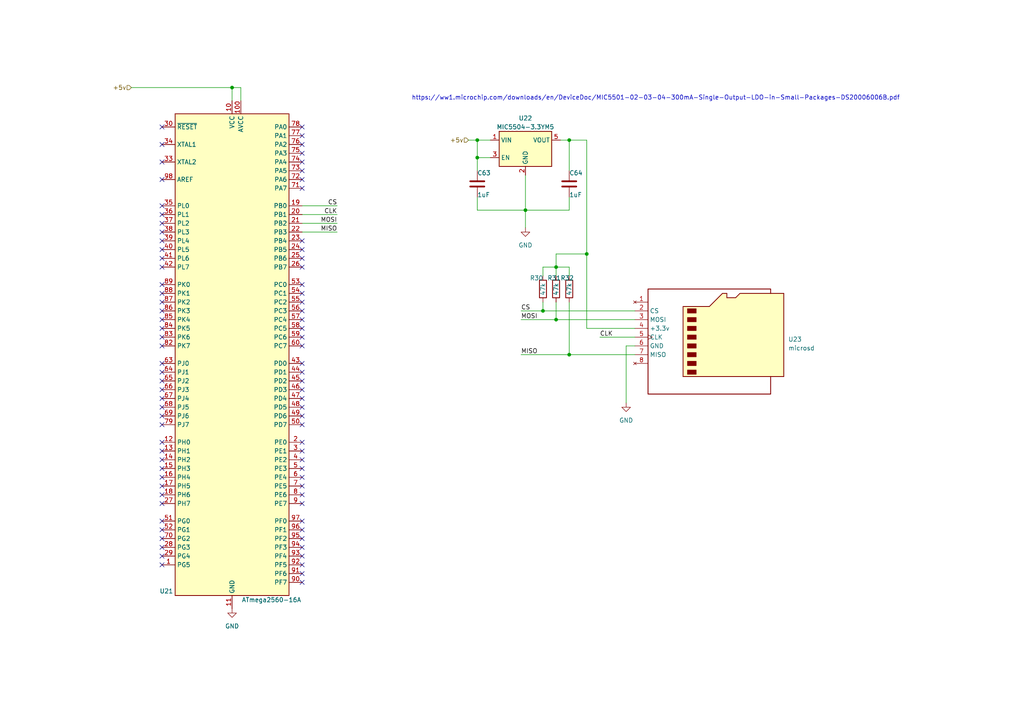
<source format=kicad_sch>
(kicad_sch (version 20210126) (generator eeschema)
  (paper "A4")
  (title_block (title "Peripherals 18"))
  (lib_symbols
    (symbol "Device:C" (pin_numbers hide) (pin_names (offset 0.254))
      (property "Reference" "C" (at 0.635 2.54 0))
      (property "Value" "C" (at 0.635 -2.54 0))
      (symbol "C_0_1"
        (polyline (pts (xy -2.032 -0.762) (xy 2.032 -0.762)) (stroke (width 0.508)))
        (polyline (pts (xy -2.032 0.762) (xy 2.032 0.762)) (stroke (width 0.508)))
      )
      (symbol "C_1_1"
        (pin passive line (at 0 3.81 270) (length 2.794) (name "~") (number "1"))
        (pin passive line (at 0 -3.81 90) (length 2.794) (name "~") (number "2"))
      )
    )
    (symbol "Device:R" (pin_numbers hide) (pin_names (offset 0))
      (property "Reference" "R" (at 2.032 0 90))
      (property "Value" "R" (at 0 0 90))
      (symbol "R_0_1"
        (rectangle (start -1.016 -2.54) (end 1.016 2.54) (stroke (width 0.254)))
      )
      (symbol "R_1_1"
        (pin passive line (at 0 3.81 270) (length 1.27) (name "~") (number "1"))
        (pin passive line (at 0 -3.81 90) (length 1.27) (name "~") (number "2"))
      )
    )
    (symbol "MCU_Microchip_ATmega:ATmega2560-16A"
      (property "Reference" "U" (at 0 1.27 0))
      (property "Value" "ATmega2560-16A" (at 0 -1.27 0))
      (symbol "ATmega2560-16A_0_1"
        (rectangle (start -16.51 -69.85) (end 16.51 69.85) (stroke (width 0.254)) (fill (type background)))
      )
      (symbol "ATmega2560-16A_1_1"
        (pin bidirectional line (at -20.32 -60.96 0) (length 3.81) (name "PG5") (number "1"))
        (pin power_in line (at 0 73.66 270) (length 3.81) (name "VCC") (number "10"))
        (pin power_in line (at 2.54 73.66 270) (length 3.81) (name "AVCC") (number "100"))
        (pin power_in line (at 0 -73.66 90) (length 3.81) (name "GND") (number "11"))
        (pin bidirectional line (at -20.32 -25.4 0) (length 3.81) (name "PH0") (number "12"))
        (pin bidirectional line (at -20.32 -27.94 0) (length 3.81) (name "PH1") (number "13"))
        (pin bidirectional line (at -20.32 -30.48 0) (length 3.81) (name "PH2") (number "14"))
        (pin bidirectional line (at -20.32 -33.02 0) (length 3.81) (name "PH3") (number "15"))
        (pin bidirectional line (at -20.32 -35.56 0) (length 3.81) (name "PH4") (number "16"))
        (pin bidirectional line (at -20.32 -38.1 0) (length 3.81) (name "PH5") (number "17"))
        (pin bidirectional line (at -20.32 -40.64 0) (length 3.81) (name "PH6") (number "18"))
        (pin bidirectional line (at 20.32 43.18 180) (length 3.81) (name "PB0") (number "19"))
        (pin bidirectional line (at 20.32 -25.4 180) (length 3.81) (name "PE0") (number "2"))
        (pin bidirectional line (at 20.32 40.64 180) (length 3.81) (name "PB1") (number "20"))
        (pin bidirectional line (at 20.32 38.1 180) (length 3.81) (name "PB2") (number "21"))
        (pin bidirectional line (at 20.32 35.56 180) (length 3.81) (name "PB3") (number "22"))
        (pin bidirectional line (at 20.32 33.02 180) (length 3.81) (name "PB4") (number "23"))
        (pin bidirectional line (at 20.32 30.48 180) (length 3.81) (name "PB5") (number "24"))
        (pin bidirectional line (at 20.32 27.94 180) (length 3.81) (name "PB6") (number "25"))
        (pin bidirectional line (at 20.32 25.4 180) (length 3.81) (name "PB7") (number "26"))
        (pin bidirectional line (at -20.32 -43.18 0) (length 3.81) (name "PH7") (number "27"))
        (pin bidirectional line (at -20.32 -55.88 0) (length 3.81) (name "PG3") (number "28"))
        (pin bidirectional line (at -20.32 -58.42 0) (length 3.81) (name "PG4") (number "29"))
        (pin bidirectional line (at 20.32 -27.94 180) (length 3.81) (name "PE1") (number "3"))
        (pin input line (at -20.32 66.04 0) (length 3.81) (name "~RESET") (number "30"))
        (pin passive line (at 0 73.66 270) (length 3.81) hide (name "VCC") (number "31"))
        (pin passive line (at 0 -73.66 90) (length 3.81) hide (name "GND") (number "32"))
        (pin output line (at -20.32 55.88 0) (length 3.81) (name "XTAL2") (number "33"))
        (pin input line (at -20.32 60.96 0) (length 3.81) (name "XTAL1") (number "34"))
        (pin bidirectional line (at -20.32 43.18 0) (length 3.81) (name "PL0") (number "35"))
        (pin bidirectional line (at -20.32 40.64 0) (length 3.81) (name "PL1") (number "36"))
        (pin bidirectional line (at -20.32 38.1 0) (length 3.81) (name "PL2") (number "37"))
        (pin bidirectional line (at -20.32 35.56 0) (length 3.81) (name "PL3") (number "38"))
        (pin bidirectional line (at -20.32 33.02 0) (length 3.81) (name "PL4") (number "39"))
        (pin bidirectional line (at 20.32 -30.48 180) (length 3.81) (name "PE2") (number "4"))
        (pin bidirectional line (at -20.32 30.48 0) (length 3.81) (name "PL5") (number "40"))
        (pin bidirectional line (at -20.32 27.94 0) (length 3.81) (name "PL6") (number "41"))
        (pin bidirectional line (at -20.32 25.4 0) (length 3.81) (name "PL7") (number "42"))
        (pin bidirectional line (at 20.32 -2.54 180) (length 3.81) (name "PD0") (number "43"))
        (pin bidirectional line (at 20.32 -5.08 180) (length 3.81) (name "PD1") (number "44"))
        (pin bidirectional line (at 20.32 -7.62 180) (length 3.81) (name "PD2") (number "45"))
        (pin bidirectional line (at 20.32 -10.16 180) (length 3.81) (name "PD3") (number "46"))
        (pin bidirectional line (at 20.32 -12.7 180) (length 3.81) (name "PD4") (number "47"))
        (pin bidirectional line (at 20.32 -15.24 180) (length 3.81) (name "PD5") (number "48"))
        (pin bidirectional line (at 20.32 -17.78 180) (length 3.81) (name "PD6") (number "49"))
        (pin bidirectional line (at 20.32 -33.02 180) (length 3.81) (name "PE3") (number "5"))
        (pin bidirectional line (at 20.32 -20.32 180) (length 3.81) (name "PD7") (number "50"))
        (pin bidirectional line (at -20.32 -48.26 0) (length 3.81) (name "PG0") (number "51"))
        (pin bidirectional line (at -20.32 -50.8 0) (length 3.81) (name "PG1") (number "52"))
        (pin bidirectional line (at 20.32 20.32 180) (length 3.81) (name "PC0") (number "53"))
        (pin bidirectional line (at 20.32 17.78 180) (length 3.81) (name "PC1") (number "54"))
        (pin bidirectional line (at 20.32 15.24 180) (length 3.81) (name "PC2") (number "55"))
        (pin bidirectional line (at 20.32 12.7 180) (length 3.81) (name "PC3") (number "56"))
        (pin bidirectional line (at 20.32 10.16 180) (length 3.81) (name "PC4") (number "57"))
        (pin bidirectional line (at 20.32 7.62 180) (length 3.81) (name "PC5") (number "58"))
        (pin bidirectional line (at 20.32 5.08 180) (length 3.81) (name "PC6") (number "59"))
        (pin bidirectional line (at 20.32 -35.56 180) (length 3.81) (name "PE4") (number "6"))
        (pin bidirectional line (at 20.32 2.54 180) (length 3.81) (name "PC7") (number "60"))
        (pin passive line (at 0 73.66 270) (length 3.81) hide (name "VCC") (number "61"))
        (pin passive line (at 0 -73.66 90) (length 3.81) hide (name "GND") (number "62"))
        (pin bidirectional line (at -20.32 -2.54 0) (length 3.81) (name "PJ0") (number "63"))
        (pin bidirectional line (at -20.32 -5.08 0) (length 3.81) (name "PJ1") (number "64"))
        (pin bidirectional line (at -20.32 -7.62 0) (length 3.81) (name "PJ2") (number "65"))
        (pin bidirectional line (at -20.32 -10.16 0) (length 3.81) (name "PJ3") (number "66"))
        (pin bidirectional line (at -20.32 -12.7 0) (length 3.81) (name "PJ4") (number "67"))
        (pin bidirectional line (at -20.32 -15.24 0) (length 3.81) (name "PJ5") (number "68"))
        (pin bidirectional line (at -20.32 -17.78 0) (length 3.81) (name "PJ6") (number "69"))
        (pin bidirectional line (at 20.32 -38.1 180) (length 3.81) (name "PE5") (number "7"))
        (pin bidirectional line (at -20.32 -53.34 0) (length 3.81) (name "PG2") (number "70"))
        (pin bidirectional line (at 20.32 48.26 180) (length 3.81) (name "PA7") (number "71"))
        (pin bidirectional line (at 20.32 50.8 180) (length 3.81) (name "PA6") (number "72"))
        (pin bidirectional line (at 20.32 53.34 180) (length 3.81) (name "PA5") (number "73"))
        (pin bidirectional line (at 20.32 55.88 180) (length 3.81) (name "PA4") (number "74"))
        (pin bidirectional line (at 20.32 58.42 180) (length 3.81) (name "PA3") (number "75"))
        (pin bidirectional line (at 20.32 60.96 180) (length 3.81) (name "PA2") (number "76"))
        (pin bidirectional line (at 20.32 63.5 180) (length 3.81) (name "PA1") (number "77"))
        (pin bidirectional line (at 20.32 66.04 180) (length 3.81) (name "PA0") (number "78"))
        (pin bidirectional line (at -20.32 -20.32 0) (length 3.81) (name "PJ7") (number "79"))
        (pin bidirectional line (at 20.32 -40.64 180) (length 3.81) (name "PE6") (number "8"))
        (pin passive line (at 0 73.66 270) (length 3.81) hide (name "VCC") (number "80"))
        (pin passive line (at 0 -73.66 90) (length 3.81) hide (name "GND") (number "81"))
        (pin bidirectional line (at -20.32 2.54 0) (length 3.81) (name "PK7") (number "82"))
        (pin bidirectional line (at -20.32 5.08 0) (length 3.81) (name "PK6") (number "83"))
        (pin bidirectional line (at -20.32 7.62 0) (length 3.81) (name "PK5") (number "84"))
        (pin bidirectional line (at -20.32 10.16 0) (length 3.81) (name "PK4") (number "85"))
        (pin bidirectional line (at -20.32 12.7 0) (length 3.81) (name "PK3") (number "86"))
        (pin bidirectional line (at -20.32 15.24 0) (length 3.81) (name "PK2") (number "87"))
        (pin bidirectional line (at -20.32 17.78 0) (length 3.81) (name "PK1") (number "88"))
        (pin bidirectional line (at -20.32 20.32 0) (length 3.81) (name "PK0") (number "89"))
        (pin bidirectional line (at 20.32 -43.18 180) (length 3.81) (name "PE7") (number "9"))
        (pin bidirectional line (at 20.32 -66.04 180) (length 3.81) (name "PF7") (number "90"))
        (pin bidirectional line (at 20.32 -63.5 180) (length 3.81) (name "PF6") (number "91"))
        (pin bidirectional line (at 20.32 -60.96 180) (length 3.81) (name "PF5") (number "92"))
        (pin bidirectional line (at 20.32 -58.42 180) (length 3.81) (name "PF4") (number "93"))
        (pin bidirectional line (at 20.32 -55.88 180) (length 3.81) (name "PF3") (number "94"))
        (pin bidirectional line (at 20.32 -53.34 180) (length 3.81) (name "PF2") (number "95"))
        (pin bidirectional line (at 20.32 -50.8 180) (length 3.81) (name "PF1") (number "96"))
        (pin bidirectional line (at 20.32 -48.26 180) (length 3.81) (name "PF0") (number "97"))
        (pin passive line (at -20.32 50.8 0) (length 3.81) (name "AREF") (number "98"))
        (pin passive line (at 0 -73.66 90) (length 3.81) hide (name "GND") (number "99"))
      )
    )
    (symbol "Regulator_Linear:MIC5504-3.3YM5"
      (property "Reference" "U" (at -7.62 8.89 0))
      (property "Value" "MIC5504-3.3YM5" (at -7.62 6.35 0))
      (symbol "MIC5504-3.3YM5_0_1"
        (rectangle (start -7.62 -5.08) (end 7.62 5.08) (stroke (width 0.254)) (fill (type background)))
      )
      (symbol "MIC5504-3.3YM5_1_1"
        (pin power_in line (at -10.16 2.54 0) (length 2.54) (name "VIN") (number "1"))
        (pin power_in line (at 0 -7.62 90) (length 2.54) (name "GND") (number "2"))
        (pin input line (at -10.16 -2.54 0) (length 2.54) (name "EN") (number "3"))
        (pin no_connect line (at 7.62 -2.54 180) (length 2.54) hide (name "NC") (number "4"))
        (pin power_out line (at 10.16 2.54 180) (length 2.54) (name "VOUT") (number "5"))
      )
    )
    (symbol "pb171:microsd"
      (property "Reference" "U" (at 34.29 -3.81 0))
      (property "Value" "microsd" (at 35.56 30.48 0))
      (symbol "microsd_0_1"
        (rectangle (start 29.21 5.715) (end 31.75 4.445) (fill (type outline)))
        (rectangle (start 29.21 8.255) (end 31.75 6.985) (fill (type outline)))
        (rectangle (start 29.21 10.795) (end 31.75 9.525) (fill (type outline)))
        (rectangle (start 29.21 13.335) (end 31.75 12.065) (fill (type outline)))
        (rectangle (start 29.21 15.875) (end 31.75 14.605) (fill (type outline)))
        (rectangle (start 29.21 18.415) (end 31.75 17.145) (fill (type outline)))
        (rectangle (start 29.21 20.955) (end 31.75 19.685) (fill (type outline)))
        (rectangle (start 29.21 23.495) (end 31.75 22.225) (fill (type outline)))
        (polyline (pts (xy 53.34 27.94) (xy 53.34 29.21) (xy 17.78 29.21) (xy 17.78 -1.27) (xy 53.34 -1.27) (xy 53.34 3.81)) (stroke (width 0.254)))
        (polyline (pts (xy 27.94 3.81) (xy 27.94 24.13) (xy 35.56 24.13) (xy 39.37 27.94) (xy 40.64 27.94) (xy 40.64 26.67) (xy 43.18 26.67) (xy 44.45 27.94) (xy 57.15 27.94) (xy 57.15 3.81) (xy 27.94 3.81)) (stroke (width 0.254)) (fill (type background)))
      )
      (symbol "microsd_1_1"
        (pin no_connect line (at 13.97 25.4 0) (length 3.81) (name "") (number "1"))
        (pin passive line (at 13.97 22.86 0) (length 3.81) (name "CS") (number "2"))
        (pin passive line (at 13.97 20.32 0) (length 3.81) (name "MOSI") (number "3"))
        (pin power_in line (at 13.97 17.78 0) (length 3.81) (name "+3.3v") (number "4"))
        (pin input clock (at 13.97 15.24 0) (length 3.81) (name "CLK") (number "5"))
        (pin passive line (at 13.97 12.7 0) (length 3.81) (name "GND") (number "6"))
        (pin passive line (at 13.97 10.16 0) (length 3.81) (name "MISO") (number "7"))
        (pin no_connect line (at 13.97 7.62 0) (length 3.81) (name "") (number "8"))
      )
    )
    (symbol "power:GND" (power) (pin_names (offset 0))
      (property "Value" "GND" (at 0 -3.81 0))
      (symbol "GND_0_1"
        (polyline (pts (xy 0 0) (xy 0 -1.27) (xy 1.27 -1.27) (xy 0 -2.54) (xy -1.27 -1.27) (xy 0 -1.27)))
      )
      (symbol "GND_1_1"
        (pin power_in line (at 0 0 270) (length 0) hide (name "GND") (number "1"))
      )
    )
  )
  (junction (at 67.31 25.4) (diameter 0.9144))
  (junction (at 138.43 40.64) (diameter 0.9144))
  (junction (at 138.43 45.72) (diameter 0.9144))
  (junction (at 152.4 60.96) (diameter 0.9144))
  (junction (at 157.48 90.17) (diameter 0.9144))
  (junction (at 161.29 77.47) (diameter 0.9144))
  (junction (at 161.29 92.71) (diameter 0.9144))
  (junction (at 165.1 40.64) (diameter 0.9144))
  (junction (at 165.1 102.87) (diameter 0.9144))
  (junction (at 170.18 73.66) (diameter 0.9144))
  (no_connect (at 46.99 36.83))
  (no_connect (at 46.99 41.91))
  (no_connect (at 46.99 46.99))
  (no_connect (at 46.99 52.07))
  (no_connect (at 46.99 59.69))
  (no_connect (at 46.99 62.23))
  (no_connect (at 46.99 64.77))
  (no_connect (at 46.99 67.31))
  (no_connect (at 46.99 69.85))
  (no_connect (at 46.99 72.39))
  (no_connect (at 46.99 74.93))
  (no_connect (at 46.99 77.47))
  (no_connect (at 46.99 82.55))
  (no_connect (at 46.99 85.09))
  (no_connect (at 46.99 87.63))
  (no_connect (at 46.99 90.17))
  (no_connect (at 46.99 92.71))
  (no_connect (at 46.99 95.25))
  (no_connect (at 46.99 97.79))
  (no_connect (at 46.99 100.33))
  (no_connect (at 46.99 105.41))
  (no_connect (at 46.99 107.95))
  (no_connect (at 46.99 110.49))
  (no_connect (at 46.99 113.03))
  (no_connect (at 46.99 115.57))
  (no_connect (at 46.99 118.11))
  (no_connect (at 46.99 120.65))
  (no_connect (at 46.99 123.19))
  (no_connect (at 46.99 128.27))
  (no_connect (at 46.99 130.81))
  (no_connect (at 46.99 133.35))
  (no_connect (at 46.99 135.89))
  (no_connect (at 46.99 138.43))
  (no_connect (at 46.99 140.97))
  (no_connect (at 46.99 143.51))
  (no_connect (at 46.99 146.05))
  (no_connect (at 46.99 151.13))
  (no_connect (at 46.99 153.67))
  (no_connect (at 46.99 156.21))
  (no_connect (at 46.99 158.75))
  (no_connect (at 46.99 161.29))
  (no_connect (at 46.99 163.83))
  (no_connect (at 87.63 36.83))
  (no_connect (at 87.63 39.37))
  (no_connect (at 87.63 41.91))
  (no_connect (at 87.63 44.45))
  (no_connect (at 87.63 46.99))
  (no_connect (at 87.63 49.53))
  (no_connect (at 87.63 52.07))
  (no_connect (at 87.63 54.61))
  (no_connect (at 87.63 69.85))
  (no_connect (at 87.63 72.39))
  (no_connect (at 87.63 74.93))
  (no_connect (at 87.63 77.47))
  (no_connect (at 87.63 82.55))
  (no_connect (at 87.63 85.09))
  (no_connect (at 87.63 87.63))
  (no_connect (at 87.63 90.17))
  (no_connect (at 87.63 92.71))
  (no_connect (at 87.63 95.25))
  (no_connect (at 87.63 97.79))
  (no_connect (at 87.63 100.33))
  (no_connect (at 87.63 105.41))
  (no_connect (at 87.63 107.95))
  (no_connect (at 87.63 110.49))
  (no_connect (at 87.63 113.03))
  (no_connect (at 87.63 115.57))
  (no_connect (at 87.63 118.11))
  (no_connect (at 87.63 120.65))
  (no_connect (at 87.63 123.19))
  (no_connect (at 87.63 128.27))
  (no_connect (at 87.63 130.81))
  (no_connect (at 87.63 133.35))
  (no_connect (at 87.63 135.89))
  (no_connect (at 87.63 138.43))
  (no_connect (at 87.63 140.97))
  (no_connect (at 87.63 143.51))
  (no_connect (at 87.63 146.05))
  (no_connect (at 87.63 151.13))
  (no_connect (at 87.63 153.67))
  (no_connect (at 87.63 156.21))
  (no_connect (at 87.63 158.75))
  (no_connect (at 87.63 161.29))
  (no_connect (at 87.63 163.83))
  (no_connect (at 87.63 166.37))
  (no_connect (at 87.63 168.91))
  (wire (pts (xy 38.1 25.4) (xy 67.31 25.4)))
  (wire (pts (xy 67.31 25.4) (xy 67.31 29.21)))
  (wire (pts (xy 67.31 25.4) (xy 69.85 25.4)))
  (wire (pts (xy 69.85 25.4) (xy 69.85 29.21)))
  (wire (pts (xy 87.63 59.69) (xy 97.79 59.69)))
  (wire (pts (xy 87.63 62.23) (xy 97.79 62.23)))
  (wire (pts (xy 87.63 64.77) (xy 97.79 64.77)))
  (wire (pts (xy 87.63 67.31) (xy 97.79 67.31)))
  (wire (pts (xy 135.89 40.64) (xy 138.43 40.64)))
  (wire (pts (xy 138.43 40.64) (xy 138.43 45.72)))
  (wire (pts (xy 138.43 40.64) (xy 142.24 40.64)))
  (wire (pts (xy 138.43 45.72) (xy 138.43 49.53)))
  (wire (pts (xy 138.43 45.72) (xy 142.24 45.72)))
  (wire (pts (xy 138.43 57.15) (xy 138.43 60.96)))
  (wire (pts (xy 151.13 90.17) (xy 157.48 90.17)))
  (wire (pts (xy 151.13 92.71) (xy 161.29 92.71)))
  (wire (pts (xy 151.13 102.87) (xy 165.1 102.87)))
  (wire (pts (xy 152.4 50.8) (xy 152.4 60.96)))
  (wire (pts (xy 152.4 60.96) (xy 138.43 60.96)))
  (wire (pts (xy 152.4 60.96) (xy 152.4 66.04)))
  (wire (pts (xy 152.4 60.96) (xy 165.1 60.96)))
  (wire (pts (xy 157.48 77.47) (xy 157.48 80.01)))
  (wire (pts (xy 157.48 87.63) (xy 157.48 90.17)))
  (wire (pts (xy 157.48 90.17) (xy 184.15 90.17)))
  (wire (pts (xy 161.29 73.66) (xy 161.29 77.47)))
  (wire (pts (xy 161.29 77.47) (xy 157.48 77.47)))
  (wire (pts (xy 161.29 77.47) (xy 161.29 80.01)))
  (wire (pts (xy 161.29 77.47) (xy 165.1 77.47)))
  (wire (pts (xy 161.29 87.63) (xy 161.29 92.71)))
  (wire (pts (xy 161.29 92.71) (xy 184.15 92.71)))
  (wire (pts (xy 165.1 40.64) (xy 162.56 40.64)))
  (wire (pts (xy 165.1 40.64) (xy 165.1 49.53)))
  (wire (pts (xy 165.1 60.96) (xy 165.1 57.15)))
  (wire (pts (xy 165.1 77.47) (xy 165.1 80.01)))
  (wire (pts (xy 165.1 87.63) (xy 165.1 102.87)))
  (wire (pts (xy 165.1 102.87) (xy 184.15 102.87)))
  (wire (pts (xy 170.18 40.64) (xy 165.1 40.64)))
  (wire (pts (xy 170.18 40.64) (xy 170.18 73.66)))
  (wire (pts (xy 170.18 73.66) (xy 161.29 73.66)))
  (wire (pts (xy 170.18 73.66) (xy 170.18 95.25)))
  (wire (pts (xy 170.18 95.25) (xy 184.15 95.25)))
  (wire (pts (xy 181.61 100.33) (xy 181.61 116.84)))
  (wire (pts (xy 184.15 97.79) (xy 173.99 97.79)))
  (wire (pts (xy 184.15 100.33) (xy 181.61 100.33)))
  (text "https://ww1.microchip.com/downloads/en/DeviceDoc/MIC5501-02-03-04-300mA-Single-Output-LDO-in-Small-Packages-DS20006006B.pdf" (at 119.38 29.21 0) (effects (font (size 1.27 1.27)) (justify left bottom)))
  (label "CS" (at 97.79 59.69 180))
  (label "CLK" (at 97.79 62.23 180))
  (label "MOSI" (at 97.79 64.77 180))
  (label "MISO" (at 97.79 67.31 180))
  (label "CS" (at 151.13 90.17 0))
  (label "MOSI" (at 151.13 92.71 0))
  (label "MISO" (at 151.13 102.87 0))
  (label "CLK" (at 173.99 97.79 0))
  (hierarchical_label "+5v" (shape input) (at 38.1 25.4 180))
  (hierarchical_label "+5v" (shape input) (at 135.89 40.64 180))
  (symbol (lib_id "power:GND") (at 67.31 176.53 0) (mirror y) (unit 1)
    (property "Reference" "#PWR056" (effects hide))
    (property "Value" "GND" (at 67.31 181.61 0))
  )
  (symbol (lib_id "power:GND") (at 152.4 66.04 0) (mirror y) (unit 1)
    (property "Reference" "#PWR057" (effects hide))
    (property "Value" "GND" (at 152.4 71.12 0))
  )
  (symbol (lib_id "power:GND") (at 181.61 116.84 0) (mirror y) (unit 1)
    (property "Reference" "#PWR058" (effects hide))
    (property "Value" "GND" (at 181.61 121.92 0))
  )
  (symbol (lib_id "Device:R") (at 157.48 83.82 0) (unit 1)
    (property "Reference" "R30" (at 153.67 80.6449 0) (effects (justify left)))
    (property "Value" "47k" (at 157.48 85.7249 90) (effects (justify left)))
  )
  (symbol (lib_id "Device:R") (at 161.29 83.82 0) (unit 1)
    (property "Reference" "R31" (at 158.75 80.6449 0) (effects (justify left)))
    (property "Value" "47k" (at 161.29 85.7249 90) (effects (justify left)))
  )
  (symbol (lib_id "Device:R") (at 165.1 83.82 0) (unit 1)
    (property "Reference" "R32" (at 162.56 80.6449 0) (effects (justify left)))
    (property "Value" "47k" (at 165.1 85.7249 90) (effects (justify left)))
  )
  (symbol (lib_id "Device:C") (at 138.43 53.34 0) (unit 1)
    (property "Reference" "C63" (at 138.43 50.1649 0) (effects (justify left)))
    (property "Value" "1uF" (at 138.43 56.5149 0) (effects (justify left)))
  )
  (symbol (lib_id "Device:C") (at 165.1 53.34 0) (unit 1)
    (property "Reference" "C64" (at 165.1 50.1649 0) (effects (justify left)))
    (property "Value" "1uF" (at 165.1 56.5149 0) (effects (justify left)))
  )
  (symbol (lib_id "Regulator_Linear:MIC5504-3.3YM5") (at 152.4 43.18 0) (unit 1)
    (property "Reference" "U22" (at 152.4 34.29 0))
    (property "Value" "MIC5504-3.3YM5" (at 152.4 36.83 0))
    (property "Footprint" "Package_TO_SOT_SMD:SOT-23-5" (effects hide))
    (property "Datasheet" "http://ww1.microchip.com/downloads/en/DeviceDoc/MIC550X.pdf" (effects hide))
  )
  (symbol (lib_id "pb171:microsd") (at 170.18 113.03 0) (unit 1)
    (property "Reference" "U23" (at 228.6 98.4249 0) (effects (justify left)))
    (property "Value" "microsd" (at 228.6 100.9649 0) (effects (justify left)))
  )
  (symbol (lib_id "MCU_Microchip_ATmega:ATmega2560-16A") (at 67.31 102.87 0) (unit 1)
    (property "Reference" "U21" (at 48.26 171.45 0))
    (property "Value" "ATmega2560-16A" (at 78.74 173.99 0))
    (property "Footprint" "Package_QFP:TQFP-100_14x14mm_P0.5mm" (effects hide))
    (property "Datasheet" "http://ww1.microchip.com/downloads/en/DeviceDoc/Atmel-2549-8-bit-AVR-Microcontroller-ATmega640-1280-1281-2560-2561_datasheet.pdf" (effects hide))
  )
)
</source>
